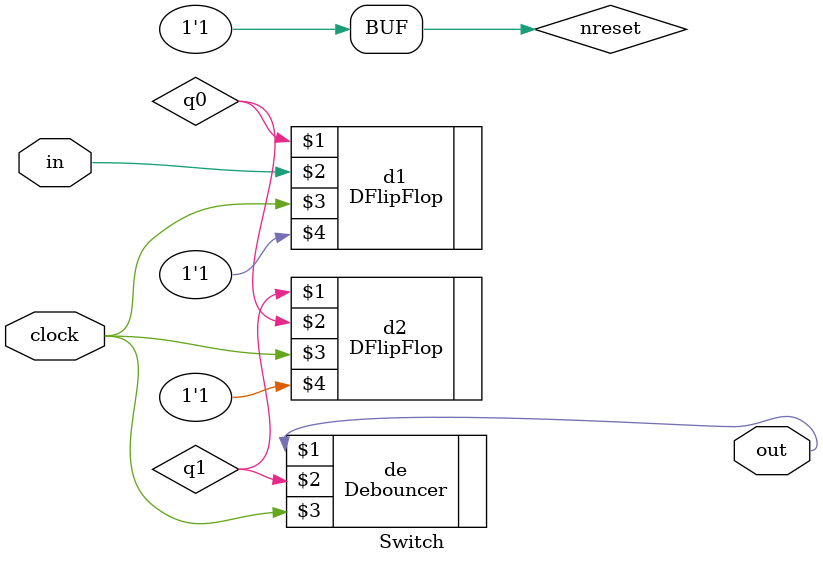
<source format=v>
`timescale 1ns / 1ps


module Switch(
    output wire out,
    input in,
    input clock
);
    wire q0,q1,nreset;
    assign nreset = 1;
    
    DFlipFlop d1(q0,in,clock,nreset);
    DFlipFlop d2(q1,q0,clock,nreset);
    Debouncer de(out,q1,clock);
    // SinglePulser sp(out,q2,clock);
endmodule

</source>
